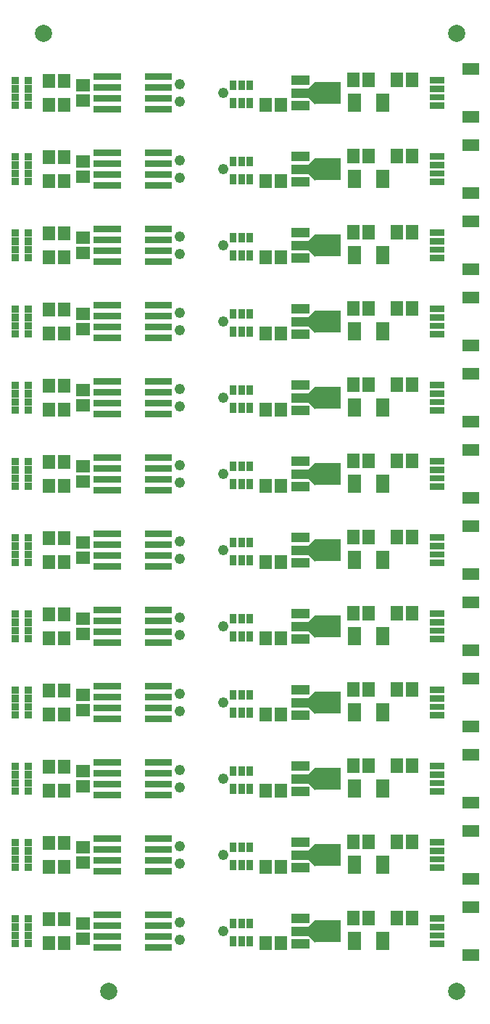
<source format=gbr>
G04 start of page 7 for group -4063 idx -4063 *
G04 Title: (unknown), componentmask *
G04 Creator: pcb 4.0.2 *
G04 CreationDate: Mon Jul 24 21:31:59 2023 UTC *
G04 For: railfan *
G04 Format: Gerber/RS-274X *
G04 PCB-Dimensions (mil): 3000.00 5500.00 *
G04 PCB-Coordinate-Origin: lower left *
%MOIN*%
%FSLAX25Y25*%
%LNTOPMASK*%
%ADD45C,0.0001*%
%ADD44C,0.0787*%
%ADD43C,0.0490*%
G54D43*X152500Y362500D03*
Y327500D03*
Y292500D03*
Y257500D03*
X132500Y366500D03*
Y358500D03*
Y331500D03*
Y323500D03*
Y296500D03*
Y288500D03*
Y261500D03*
Y253500D03*
X152500Y432500D03*
X132500Y436500D03*
Y428500D03*
X152500Y397500D03*
X132500Y401500D03*
X152500Y467500D03*
X132500Y471500D03*
Y463500D03*
Y393500D03*
X152500Y222500D03*
Y187500D03*
Y152500D03*
Y117500D03*
X132500Y226500D03*
Y218500D03*
Y191500D03*
Y183500D03*
Y156500D03*
Y148500D03*
Y121500D03*
Y113500D03*
X152500Y82500D03*
X132500Y86500D03*
Y78500D03*
G54D44*X260000Y55000D03*
X100000D03*
G54D45*G36*
X229050Y82050D02*X222950D01*
Y73950D01*
X229050D01*
Y82050D01*
G37*
G36*
X247649Y78075D02*Y75113D01*
X254351D01*
Y78075D01*
X247649D01*
G37*
G36*
Y82012D02*Y79050D01*
X254351D01*
Y82012D01*
X247649D01*
G37*
G36*
X262413Y74138D02*Y68814D01*
X270099D01*
Y74138D01*
X262413D01*
G37*
G36*
X216050Y82050D02*X209950D01*
Y73950D01*
X216050D01*
Y82050D01*
G37*
G36*
X158600Y80100D02*X155600D01*
Y75500D01*
X158600D01*
Y80100D01*
G37*
G36*
X119500Y76500D02*Y73500D01*
X129000D01*
Y76500D01*
X119500D01*
G37*
G36*
Y81500D02*Y78500D01*
X129000D01*
Y81500D01*
X119500D01*
G37*
G36*
X162500Y80100D02*X159500D01*
Y75500D01*
X162500D01*
Y80100D01*
G37*
G36*
X166400D02*X163400D01*
Y75500D01*
X166400D01*
Y80100D01*
G37*
G36*
X183826Y78784D02*Y74404D01*
X192300D01*
Y78784D01*
X183826D01*
G37*
G36*
X181902Y80252D02*X176184D01*
Y73748D01*
X181902D01*
Y80252D01*
G37*
G36*
X174816D02*X169098D01*
Y73748D01*
X174816D01*
Y80252D01*
G37*
G36*
X84748Y81816D02*Y76098D01*
X91252D01*
Y81816D01*
X84748D01*
G37*
G36*
X93000Y81500D02*Y78500D01*
X102500D01*
Y81500D01*
X93000D01*
G37*
G36*
Y76500D02*Y73500D01*
X102500D01*
Y76500D01*
X93000D01*
G37*
G36*
X96000Y91500D02*Y88500D01*
X105500D01*
Y91500D01*
X96000D01*
G37*
G36*
X93000D02*Y88500D01*
X102500D01*
Y91500D01*
X93000D01*
G37*
G36*
X96000Y86500D02*Y83500D01*
X105500D01*
Y86500D01*
X96000D01*
G37*
G36*
X93000D02*Y83500D01*
X102500D01*
Y86500D01*
X93000D01*
G37*
G36*
X166400Y88300D02*X163400D01*
Y83700D01*
X166400D01*
Y88300D01*
G37*
G36*
X162500D02*X159500D01*
Y83700D01*
X162500D01*
Y88300D01*
G37*
G36*
X158600D02*X155600D01*
Y83700D01*
X158600D01*
Y88300D01*
G37*
G36*
X183826Y90596D02*Y86216D01*
X192300D01*
Y90596D01*
X183826D01*
G37*
G36*
Y84690D02*Y80310D01*
X200016D01*
Y84690D01*
X183826D01*
G37*
G36*
X194535Y87525D02*Y77475D01*
X206475D01*
Y87525D01*
X194535D01*
G37*
G36*
X196679Y85805D02*X194835Y87649D01*
X191571Y84385D01*
X193415Y82541D01*
X196679Y85805D01*
G37*
G36*
X193415Y82459D02*X191571Y80615D01*
X194835Y77351D01*
X196679Y79195D01*
X193415Y82459D01*
G37*
G36*
X215316Y91752D02*X209598D01*
Y85248D01*
X215316D01*
Y91752D01*
G37*
G36*
X222402D02*X216684D01*
Y85248D01*
X222402D01*
Y91752D01*
G37*
G36*
X235316D02*X229598D01*
Y85248D01*
X235316D01*
Y91752D01*
G37*
G36*
X242402D02*X236684D01*
Y85248D01*
X242402D01*
Y91752D01*
G37*
G36*
X247649Y85950D02*Y82988D01*
X254351D01*
Y85950D01*
X247649D01*
G37*
G36*
Y89887D02*Y86925D01*
X254351D01*
Y89887D01*
X247649D01*
G37*
G36*
X262413Y96186D02*Y90862D01*
X270099D01*
Y96186D01*
X262413D01*
G37*
G36*
X96000Y81500D02*Y78500D01*
X105500D01*
Y81500D01*
X96000D01*
G37*
G36*
Y76500D02*Y73500D01*
X105500D01*
Y76500D01*
X96000D01*
G37*
G36*
X116500D02*Y73500D01*
X126000D01*
Y76500D01*
X116500D01*
G37*
G36*
Y81500D02*Y78500D01*
X126000D01*
Y81500D01*
X116500D01*
G37*
G36*
Y86500D02*Y83500D01*
X126000D01*
Y86500D01*
X116500D01*
G37*
G36*
Y91500D02*Y88500D01*
X126000D01*
Y91500D01*
X116500D01*
G37*
G36*
X119500Y86500D02*Y83500D01*
X129000D01*
Y86500D01*
X119500D01*
G37*
G36*
Y91500D02*Y88500D01*
X129000D01*
Y91500D01*
X119500D01*
G37*
G36*
X84748Y88902D02*Y83184D01*
X91252D01*
Y88902D01*
X84748D01*
G37*
G36*
X75316Y91252D02*X69598D01*
Y84748D01*
X75316D01*
Y91252D01*
G37*
G36*
X82402D02*X76684D01*
Y84748D01*
X82402D01*
Y91252D01*
G37*
G36*
X61274Y89946D02*Y86510D01*
X64710D01*
Y89946D01*
X61274D01*
G37*
G36*
X55290D02*Y86510D01*
X58726D01*
Y89946D01*
X55290D01*
G37*
G36*
Y86126D02*Y82692D01*
X58726D01*
Y86126D01*
X55290D01*
G37*
G36*
X75316Y80252D02*X69598D01*
Y73748D01*
X75316D01*
Y80252D01*
G37*
G36*
X82402D02*X76684D01*
Y73748D01*
X82402D01*
Y80252D01*
G37*
G36*
X61274Y78490D02*Y75054D01*
X64710D01*
Y78490D01*
X61274D01*
G37*
G36*
Y82308D02*Y78874D01*
X64710D01*
Y82308D01*
X61274D01*
G37*
G36*
Y86126D02*Y82692D01*
X64710D01*
Y86126D01*
X61274D01*
G37*
G36*
X55290Y82308D02*Y78874D01*
X58726D01*
Y82308D01*
X55290D01*
G37*
G36*
Y78490D02*Y75054D01*
X58726D01*
Y78490D01*
X55290D01*
G37*
G54D44*X70000Y495000D03*
G54D45*G36*
X84748Y466816D02*Y461098D01*
X91252D01*
Y466816D01*
X84748D01*
G37*
G36*
Y473902D02*Y468184D01*
X91252D01*
Y473902D01*
X84748D01*
G37*
G36*
X82402Y465252D02*X76684D01*
Y458748D01*
X82402D01*
Y465252D01*
G37*
G36*
Y476252D02*X76684D01*
Y469748D01*
X82402D01*
Y476252D01*
G37*
G36*
X96000Y466500D02*Y463500D01*
X105500D01*
Y466500D01*
X96000D01*
G37*
G36*
Y461500D02*Y458500D01*
X105500D01*
Y461500D01*
X96000D01*
G37*
G36*
X93000Y466500D02*Y463500D01*
X102500D01*
Y466500D01*
X93000D01*
G37*
G36*
Y461500D02*Y458500D01*
X102500D01*
Y461500D01*
X93000D01*
G37*
G36*
X96000Y476500D02*Y473500D01*
X105500D01*
Y476500D01*
X96000D01*
G37*
G36*
X93000D02*Y473500D01*
X102500D01*
Y476500D01*
X93000D01*
G37*
G36*
X96000Y471500D02*Y468500D01*
X105500D01*
Y471500D01*
X96000D01*
G37*
G36*
X93000D02*Y468500D01*
X102500D01*
Y471500D01*
X93000D01*
G37*
G36*
X75316Y465252D02*X69598D01*
Y458748D01*
X75316D01*
Y465252D01*
G37*
G36*
Y476252D02*X69598D01*
Y469748D01*
X75316D01*
Y476252D01*
G37*
G36*
X61274Y463490D02*Y460054D01*
X64710D01*
Y463490D01*
X61274D01*
G37*
G36*
Y467308D02*Y463873D01*
X64710D01*
Y467308D01*
X61274D01*
G37*
G36*
Y471127D02*Y467692D01*
X64710D01*
Y471127D01*
X61274D01*
G37*
G36*
Y474946D02*Y471510D01*
X64710D01*
Y474946D01*
X61274D01*
G37*
G36*
X55290D02*Y471510D01*
X58726D01*
Y474946D01*
X55290D01*
G37*
G36*
Y471127D02*Y467692D01*
X58726D01*
Y471127D01*
X55290D01*
G37*
G36*
Y467308D02*Y463873D01*
X58726D01*
Y467308D01*
X55290D01*
G37*
G36*
Y463490D02*Y460054D01*
X58726D01*
Y463490D01*
X55290D01*
G37*
G36*
X116500Y461500D02*Y458500D01*
X126000D01*
Y461500D01*
X116500D01*
G37*
G36*
Y466500D02*Y463500D01*
X126000D01*
Y466500D01*
X116500D01*
G37*
G36*
X119500Y461500D02*Y458500D01*
X129000D01*
Y461500D01*
X119500D01*
G37*
G36*
Y466500D02*Y463500D01*
X129000D01*
Y466500D01*
X119500D01*
G37*
G36*
X116500Y471500D02*Y468500D01*
X126000D01*
Y471500D01*
X116500D01*
G37*
G36*
Y476500D02*Y473500D01*
X126000D01*
Y476500D01*
X116500D01*
G37*
G36*
X119500Y471500D02*Y468500D01*
X129000D01*
Y471500D01*
X119500D01*
G37*
G36*
Y476500D02*Y473500D01*
X129000D01*
Y476500D01*
X119500D01*
G37*
G36*
X116500Y426500D02*Y423500D01*
X126000D01*
Y426500D01*
X116500D01*
G37*
G36*
X119500D02*Y423500D01*
X129000D01*
Y426500D01*
X119500D01*
G37*
G36*
X116500Y431500D02*Y428500D01*
X126000D01*
Y431500D01*
X116500D01*
G37*
G36*
Y436500D02*Y433500D01*
X126000D01*
Y436500D01*
X116500D01*
G37*
G36*
Y441500D02*Y438500D01*
X126000D01*
Y441500D01*
X116500D01*
G37*
G36*
X119500Y431500D02*Y428500D01*
X129000D01*
Y431500D01*
X119500D01*
G37*
G36*
Y436500D02*Y433500D01*
X129000D01*
Y436500D01*
X119500D01*
G37*
G36*
Y441500D02*Y438500D01*
X129000D01*
Y441500D01*
X119500D01*
G37*
G36*
X75316Y430252D02*X69598D01*
Y423748D01*
X75316D01*
Y430252D01*
G37*
G36*
X82402D02*X76684D01*
Y423748D01*
X82402D01*
Y430252D01*
G37*
G36*
X75316Y441252D02*X69598D01*
Y434748D01*
X75316D01*
Y441252D01*
G37*
G36*
X82402D02*X76684D01*
Y434748D01*
X82402D01*
Y441252D01*
G37*
G36*
X61274Y428490D02*Y425054D01*
X64710D01*
Y428490D01*
X61274D01*
G37*
G36*
Y432308D02*Y428873D01*
X64710D01*
Y432308D01*
X61274D01*
G37*
G36*
Y436127D02*Y432692D01*
X64710D01*
Y436127D01*
X61274D01*
G37*
G36*
Y439946D02*Y436510D01*
X64710D01*
Y439946D01*
X61274D01*
G37*
G36*
X55290D02*Y436510D01*
X58726D01*
Y439946D01*
X55290D01*
G37*
G36*
Y436127D02*Y432692D01*
X58726D01*
Y436127D01*
X55290D01*
G37*
G36*
Y432308D02*Y428873D01*
X58726D01*
Y432308D01*
X55290D01*
G37*
G36*
Y428490D02*Y425054D01*
X58726D01*
Y428490D01*
X55290D01*
G37*
G36*
X84748Y431816D02*Y426098D01*
X91252D01*
Y431816D01*
X84748D01*
G37*
G36*
Y438902D02*Y433184D01*
X91252D01*
Y438902D01*
X84748D01*
G37*
G36*
X96000Y426500D02*Y423500D01*
X105500D01*
Y426500D01*
X96000D01*
G37*
G36*
X93000D02*Y423500D01*
X102500D01*
Y426500D01*
X93000D01*
G37*
G36*
X96000Y441500D02*Y438500D01*
X105500D01*
Y441500D01*
X96000D01*
G37*
G36*
X93000D02*Y438500D01*
X102500D01*
Y441500D01*
X93000D01*
G37*
G36*
X96000Y436500D02*Y433500D01*
X105500D01*
Y436500D01*
X96000D01*
G37*
G36*
Y431500D02*Y428500D01*
X105500D01*
Y431500D01*
X96000D01*
G37*
G36*
X93000Y436500D02*Y433500D01*
X102500D01*
Y436500D01*
X93000D01*
G37*
G36*
Y431500D02*Y428500D01*
X102500D01*
Y431500D01*
X93000D01*
G37*
G36*
X84748Y396816D02*Y391098D01*
X91252D01*
Y396816D01*
X84748D01*
G37*
G36*
Y403902D02*Y398184D01*
X91252D01*
Y403902D01*
X84748D01*
G37*
G36*
X75316Y395252D02*X69598D01*
Y388748D01*
X75316D01*
Y395252D01*
G37*
G36*
X82402D02*X76684D01*
Y388748D01*
X82402D01*
Y395252D01*
G37*
G36*
X75316Y406252D02*X69598D01*
Y399748D01*
X75316D01*
Y406252D01*
G37*
G36*
X82402D02*X76684D01*
Y399748D01*
X82402D01*
Y406252D01*
G37*
G36*
X61274Y393490D02*Y390054D01*
X64710D01*
Y393490D01*
X61274D01*
G37*
G36*
Y397308D02*Y393874D01*
X64710D01*
Y397308D01*
X61274D01*
G37*
G36*
Y401126D02*Y397692D01*
X64710D01*
Y401126D01*
X61274D01*
G37*
G36*
Y404946D02*Y401510D01*
X64710D01*
Y404946D01*
X61274D01*
G37*
G36*
X55290D02*Y401510D01*
X58726D01*
Y404946D01*
X55290D01*
G37*
G36*
Y401126D02*Y397692D01*
X58726D01*
Y401126D01*
X55290D01*
G37*
G36*
Y397308D02*Y393874D01*
X58726D01*
Y397308D01*
X55290D01*
G37*
G36*
Y393490D02*Y390054D01*
X58726D01*
Y393490D01*
X55290D01*
G37*
G36*
X96000Y391500D02*Y388500D01*
X105500D01*
Y391500D01*
X96000D01*
G37*
G36*
X93000D02*Y388500D01*
X102500D01*
Y391500D01*
X93000D01*
G37*
G36*
X96000Y406500D02*Y403500D01*
X105500D01*
Y406500D01*
X96000D01*
G37*
G36*
X116500D02*Y403500D01*
X126000D01*
Y406500D01*
X116500D01*
G37*
G36*
X93000D02*Y403500D01*
X102500D01*
Y406500D01*
X93000D01*
G37*
G36*
X119500D02*Y403500D01*
X129000D01*
Y406500D01*
X119500D01*
G37*
G36*
X96000Y401500D02*Y398500D01*
X105500D01*
Y401500D01*
X96000D01*
G37*
G36*
X116500D02*Y398500D01*
X126000D01*
Y401500D01*
X116500D01*
G37*
G36*
X93000D02*Y398500D01*
X102500D01*
Y401500D01*
X93000D01*
G37*
G36*
X119500D02*Y398500D01*
X129000D01*
Y401500D01*
X119500D01*
G37*
G36*
X96000Y396500D02*Y393500D01*
X105500D01*
Y396500D01*
X96000D01*
G37*
G36*
X93000D02*Y393500D01*
X102500D01*
Y396500D01*
X93000D01*
G37*
G36*
X116500Y391500D02*Y388500D01*
X126000D01*
Y391500D01*
X116500D01*
G37*
G36*
Y396500D02*Y393500D01*
X126000D01*
Y396500D01*
X116500D01*
G37*
G36*
X119500Y391500D02*Y388500D01*
X129000D01*
Y391500D01*
X119500D01*
G37*
G36*
Y396500D02*Y393500D01*
X129000D01*
Y396500D01*
X119500D01*
G37*
G54D44*X260000Y495000D03*
G54D45*G36*
X262413Y481186D02*Y475862D01*
X270099D01*
Y481186D01*
X262413D01*
G37*
G36*
X247649Y463075D02*Y460113D01*
X254351D01*
Y463075D01*
X247649D01*
G37*
G36*
X262413Y459138D02*Y453814D01*
X270099D01*
Y459138D01*
X262413D01*
G37*
G36*
X247649Y467012D02*Y464050D01*
X254351D01*
Y467012D01*
X247649D01*
G37*
G36*
Y470950D02*Y467988D01*
X254351D01*
Y470950D01*
X247649D01*
G37*
G36*
Y474887D02*Y471925D01*
X254351D01*
Y474887D01*
X247649D01*
G37*
G36*
X262413Y424138D02*Y418814D01*
X270099D01*
Y424138D01*
X262413D01*
G37*
G36*
Y446186D02*Y440862D01*
X270099D01*
Y446186D01*
X262413D01*
G37*
G36*
Y411186D02*Y405862D01*
X270099D01*
Y411186D01*
X262413D01*
G37*
G36*
X229050Y432050D02*X222950D01*
Y423950D01*
X229050D01*
Y432050D01*
G37*
G36*
X222402Y406752D02*X216684D01*
Y400248D01*
X222402D01*
Y406752D01*
G37*
G36*
X235316D02*X229598D01*
Y400248D01*
X235316D01*
Y406752D01*
G37*
G36*
X242402D02*X236684D01*
Y400248D01*
X242402D01*
Y406752D01*
G37*
G36*
X216050Y432050D02*X209950D01*
Y423950D01*
X216050D01*
Y432050D01*
G37*
G36*
Y397050D02*X209950D01*
Y388950D01*
X216050D01*
Y397050D01*
G37*
G36*
X215316Y406752D02*X209598D01*
Y400248D01*
X215316D01*
Y406752D01*
G37*
G36*
Y371752D02*X209598D01*
Y365248D01*
X215316D01*
Y371752D01*
G37*
G36*
X229050Y397050D02*X222950D01*
Y388950D01*
X229050D01*
Y397050D01*
G37*
G36*
Y362050D02*X222950D01*
Y353950D01*
X229050D01*
Y362050D01*
G37*
G36*
X222402Y371752D02*X216684D01*
Y365248D01*
X222402D01*
Y371752D01*
G37*
G36*
X235316D02*X229598D01*
Y365248D01*
X235316D01*
Y371752D01*
G37*
G36*
X229050Y467050D02*X222950D01*
Y458950D01*
X229050D01*
Y467050D01*
G37*
G36*
X216050D02*X209950D01*
Y458950D01*
X216050D01*
Y467050D01*
G37*
G36*
X215316Y476752D02*X209598D01*
Y470248D01*
X215316D01*
Y476752D01*
G37*
G36*
X222402D02*X216684D01*
Y470248D01*
X222402D01*
Y476752D01*
G37*
G36*
X235316D02*X229598D01*
Y470248D01*
X235316D01*
Y476752D01*
G37*
G36*
X242402D02*X236684D01*
Y470248D01*
X242402D01*
Y476752D01*
G37*
G36*
X215316Y441752D02*X209598D01*
Y435248D01*
X215316D01*
Y441752D01*
G37*
G36*
X222402D02*X216684D01*
Y435248D01*
X222402D01*
Y441752D01*
G37*
G36*
X235316D02*X229598D01*
Y435248D01*
X235316D01*
Y441752D01*
G37*
G36*
X242402D02*X236684D01*
Y435248D01*
X242402D01*
Y441752D01*
G37*
G36*
X247649Y428075D02*Y425113D01*
X254351D01*
Y428075D01*
X247649D01*
G37*
G36*
Y432012D02*Y429050D01*
X254351D01*
Y432012D01*
X247649D01*
G37*
G36*
Y435950D02*Y432988D01*
X254351D01*
Y435950D01*
X247649D01*
G37*
G36*
Y439887D02*Y436925D01*
X254351D01*
Y439887D01*
X247649D01*
G37*
G36*
X242402Y371752D02*X236684D01*
Y365248D01*
X242402D01*
Y371752D01*
G37*
G36*
X247649Y358075D02*Y355113D01*
X254351D01*
Y358075D01*
X247649D01*
G37*
G36*
Y362012D02*Y359050D01*
X254351D01*
Y362012D01*
X247649D01*
G37*
G36*
Y365950D02*Y362988D01*
X254351D01*
Y365950D01*
X247649D01*
G37*
G36*
Y369887D02*Y366925D01*
X254351D01*
Y369887D01*
X247649D01*
G37*
G36*
Y393075D02*Y390113D01*
X254351D01*
Y393075D01*
X247649D01*
G37*
G36*
X262413Y389138D02*Y383814D01*
X270099D01*
Y389138D01*
X262413D01*
G37*
G36*
X247649Y397012D02*Y394050D01*
X254351D01*
Y397012D01*
X247649D01*
G37*
G36*
Y400950D02*Y397988D01*
X254351D01*
Y400950D01*
X247649D01*
G37*
G36*
Y404887D02*Y401925D01*
X254351D01*
Y404887D01*
X247649D01*
G37*
G36*
X262413Y354138D02*Y348814D01*
X270099D01*
Y354138D01*
X262413D01*
G37*
G36*
Y376186D02*Y370862D01*
X270099D01*
Y376186D01*
X262413D01*
G37*
G36*
X158600Y465100D02*X155600D01*
Y460500D01*
X158600D01*
Y465100D01*
G37*
G36*
X162500D02*X159500D01*
Y460500D01*
X162500D01*
Y465100D01*
G37*
G36*
X166400D02*X163400D01*
Y460500D01*
X166400D01*
Y465100D01*
G37*
G36*
X162500Y473300D02*X159500D01*
Y468700D01*
X162500D01*
Y473300D01*
G37*
G36*
X158600D02*X155600D01*
Y468700D01*
X158600D01*
Y473300D01*
G37*
G36*
X166400D02*X163400D01*
Y468700D01*
X166400D01*
Y473300D01*
G37*
G36*
X183826Y475596D02*Y471216D01*
X192300D01*
Y475596D01*
X183826D01*
G37*
G36*
Y469690D02*Y465310D01*
X200016D01*
Y469690D01*
X183826D01*
G37*
G36*
X194535Y472525D02*Y462475D01*
X206475D01*
Y472525D01*
X194535D01*
G37*
G36*
X196679Y470805D02*X194835Y472649D01*
X191571Y469385D01*
X193415Y467541D01*
X196679Y470805D01*
G37*
G36*
X193415Y467459D02*X191571Y465615D01*
X194835Y462351D01*
X196679Y464195D01*
X193415Y467459D01*
G37*
G36*
X183826Y463784D02*Y459404D01*
X192300D01*
Y463784D01*
X183826D01*
G37*
G36*
X181902Y465252D02*X176184D01*
Y458748D01*
X181902D01*
Y465252D01*
G37*
G36*
X174816D02*X169098D01*
Y458748D01*
X174816D01*
Y465252D01*
G37*
G36*
X158600Y430100D02*X155600D01*
Y425500D01*
X158600D01*
Y430100D01*
G37*
G36*
X162500D02*X159500D01*
Y425500D01*
X162500D01*
Y430100D01*
G37*
G36*
X166400D02*X163400D01*
Y425500D01*
X166400D01*
Y430100D01*
G37*
G36*
Y438300D02*X163400D01*
Y433700D01*
X166400D01*
Y438300D01*
G37*
G36*
X162500D02*X159500D01*
Y433700D01*
X162500D01*
Y438300D01*
G37*
G36*
X158600D02*X155600D01*
Y433700D01*
X158600D01*
Y438300D01*
G37*
G36*
X183826Y440596D02*Y436216D01*
X192300D01*
Y440596D01*
X183826D01*
G37*
G36*
Y434690D02*Y430310D01*
X200016D01*
Y434690D01*
X183826D01*
G37*
G36*
X194535Y437525D02*Y427475D01*
X206475D01*
Y437525D01*
X194535D01*
G37*
G36*
X196679Y435805D02*X194835Y437649D01*
X191571Y434385D01*
X193415Y432541D01*
X196679Y435805D01*
G37*
G36*
X193415Y432459D02*X191571Y430615D01*
X194835Y427351D01*
X196679Y429195D01*
X193415Y432459D01*
G37*
G36*
X183826Y428784D02*Y424404D01*
X192300D01*
Y428784D01*
X183826D01*
G37*
G36*
X181902Y430252D02*X176184D01*
Y423748D01*
X181902D01*
Y430252D01*
G37*
G36*
X174816D02*X169098D01*
Y423748D01*
X174816D01*
Y430252D01*
G37*
G36*
X166400Y403300D02*X163400D01*
Y398700D01*
X166400D01*
Y403300D01*
G37*
G36*
Y395100D02*X163400D01*
Y390500D01*
X166400D01*
Y395100D01*
G37*
G36*
X162500Y403300D02*X159500D01*
Y398700D01*
X162500D01*
Y403300D01*
G37*
G36*
Y395100D02*X159500D01*
Y390500D01*
X162500D01*
Y395100D01*
G37*
G36*
X158600Y403300D02*X155600D01*
Y398700D01*
X158600D01*
Y403300D01*
G37*
G36*
Y395100D02*X155600D01*
Y390500D01*
X158600D01*
Y395100D01*
G37*
G36*
X183826Y405596D02*Y401216D01*
X192300D01*
Y405596D01*
X183826D01*
G37*
G36*
Y399690D02*Y395310D01*
X200016D01*
Y399690D01*
X183826D01*
G37*
G36*
X194535Y402525D02*Y392475D01*
X206475D01*
Y402525D01*
X194535D01*
G37*
G36*
X196679Y400805D02*X194835Y402649D01*
X191571Y399385D01*
X193415Y397541D01*
X196679Y400805D01*
G37*
G36*
X193415Y397459D02*X191571Y395615D01*
X194835Y392351D01*
X196679Y394195D01*
X193415Y397459D01*
G37*
G36*
X183826Y393784D02*Y389404D01*
X192300D01*
Y393784D01*
X183826D01*
G37*
G36*
X181902Y395252D02*X176184D01*
Y388748D01*
X181902D01*
Y395252D01*
G37*
G36*
X174816D02*X169098D01*
Y388748D01*
X174816D01*
Y395252D01*
G37*
G36*
X166400Y368300D02*X163400D01*
Y363700D01*
X166400D01*
Y368300D01*
G37*
G36*
Y360100D02*X163400D01*
Y355500D01*
X166400D01*
Y360100D01*
G37*
G36*
X181902Y360252D02*X176184D01*
Y353748D01*
X181902D01*
Y360252D01*
G37*
G36*
X174816D02*X169098D01*
Y353748D01*
X174816D01*
Y360252D01*
G37*
G36*
X162500Y368300D02*X159500D01*
Y363700D01*
X162500D01*
Y368300D01*
G37*
G36*
Y360100D02*X159500D01*
Y355500D01*
X162500D01*
Y360100D01*
G37*
G36*
X158600Y368300D02*X155600D01*
Y363700D01*
X158600D01*
Y368300D01*
G37*
G36*
Y360100D02*X155600D01*
Y355500D01*
X158600D01*
Y360100D01*
G37*
G36*
X84748Y368902D02*Y363184D01*
X91252D01*
Y368902D01*
X84748D01*
G37*
G36*
X75316Y371252D02*X69598D01*
Y364748D01*
X75316D01*
Y371252D01*
G37*
G36*
X82402D02*X76684D01*
Y364748D01*
X82402D01*
Y371252D01*
G37*
G36*
X96000Y371500D02*Y368500D01*
X105500D01*
Y371500D01*
X96000D01*
G37*
G36*
Y366500D02*Y363500D01*
X105500D01*
Y366500D01*
X96000D01*
G37*
G36*
X93000Y371500D02*Y368500D01*
X102500D01*
Y371500D01*
X93000D01*
G37*
G36*
Y366500D02*Y363500D01*
X102500D01*
Y366500D01*
X93000D01*
G37*
G36*
X61274Y366126D02*Y362692D01*
X64710D01*
Y366126D01*
X61274D01*
G37*
G36*
X55290D02*Y362692D01*
X58726D01*
Y366126D01*
X55290D01*
G37*
G36*
X61274Y369946D02*Y366510D01*
X64710D01*
Y369946D01*
X61274D01*
G37*
G36*
X55290D02*Y366510D01*
X58726D01*
Y369946D01*
X55290D01*
G37*
G36*
X96000Y361500D02*Y358500D01*
X105500D01*
Y361500D01*
X96000D01*
G37*
G36*
Y356500D02*Y353500D01*
X105500D01*
Y356500D01*
X96000D01*
G37*
G36*
X93000Y361500D02*Y358500D01*
X102500D01*
Y361500D01*
X93000D01*
G37*
G36*
Y356500D02*Y353500D01*
X102500D01*
Y356500D01*
X93000D01*
G37*
G36*
X96000Y336500D02*Y333500D01*
X105500D01*
Y336500D01*
X96000D01*
G37*
G36*
X93000D02*Y333500D01*
X102500D01*
Y336500D01*
X93000D01*
G37*
G36*
X96000Y331500D02*Y328500D01*
X105500D01*
Y331500D01*
X96000D01*
G37*
G36*
X93000D02*Y328500D01*
X102500D01*
Y331500D01*
X93000D01*
G37*
G36*
X75316Y360252D02*X69598D01*
Y353748D01*
X75316D01*
Y360252D01*
G37*
G36*
Y325252D02*X69598D01*
Y318748D01*
X75316D01*
Y325252D01*
G37*
G36*
Y336252D02*X69598D01*
Y329748D01*
X75316D01*
Y336252D01*
G37*
G36*
X61274Y358490D02*Y355054D01*
X64710D01*
Y358490D01*
X61274D01*
G37*
G36*
X55290D02*Y355054D01*
X58726D01*
Y358490D01*
X55290D01*
G37*
G36*
X61274Y362308D02*Y358874D01*
X64710D01*
Y362308D01*
X61274D01*
G37*
G36*
X55290D02*Y358874D01*
X58726D01*
Y362308D01*
X55290D01*
G37*
G36*
X61274Y323490D02*Y320054D01*
X64710D01*
Y323490D01*
X61274D01*
G37*
G36*
Y327308D02*Y323874D01*
X64710D01*
Y327308D01*
X61274D01*
G37*
G36*
Y331126D02*Y327692D01*
X64710D01*
Y331126D01*
X61274D01*
G37*
G36*
Y334946D02*Y331510D01*
X64710D01*
Y334946D01*
X61274D01*
G37*
G36*
X55290D02*Y331510D01*
X58726D01*
Y334946D01*
X55290D01*
G37*
G36*
Y331126D02*Y327692D01*
X58726D01*
Y331126D01*
X55290D01*
G37*
G36*
Y327308D02*Y323874D01*
X58726D01*
Y327308D01*
X55290D01*
G37*
G36*
Y323490D02*Y320054D01*
X58726D01*
Y323490D01*
X55290D01*
G37*
G36*
X116500Y356500D02*Y353500D01*
X126000D01*
Y356500D01*
X116500D01*
G37*
G36*
Y361500D02*Y358500D01*
X126000D01*
Y361500D01*
X116500D01*
G37*
G36*
Y366500D02*Y363500D01*
X126000D01*
Y366500D01*
X116500D01*
G37*
G36*
Y371500D02*Y368500D01*
X126000D01*
Y371500D01*
X116500D01*
G37*
G36*
X119500D02*Y368500D01*
X129000D01*
Y371500D01*
X119500D01*
G37*
G36*
Y356500D02*Y353500D01*
X129000D01*
Y356500D01*
X119500D01*
G37*
G36*
Y361500D02*Y358500D01*
X129000D01*
Y361500D01*
X119500D01*
G37*
G36*
Y366500D02*Y363500D01*
X129000D01*
Y366500D01*
X119500D01*
G37*
G36*
X116500Y331500D02*Y328500D01*
X126000D01*
Y331500D01*
X116500D01*
G37*
G36*
Y336500D02*Y333500D01*
X126000D01*
Y336500D01*
X116500D01*
G37*
G36*
X119500D02*Y333500D01*
X129000D01*
Y336500D01*
X119500D01*
G37*
G36*
X158600Y325100D02*X155600D01*
Y320500D01*
X158600D01*
Y325100D01*
G37*
G36*
X116500Y321500D02*Y318500D01*
X126000D01*
Y321500D01*
X116500D01*
G37*
G36*
Y326500D02*Y323500D01*
X126000D01*
Y326500D01*
X116500D01*
G37*
G36*
X119500Y321500D02*Y318500D01*
X129000D01*
Y321500D01*
X119500D01*
G37*
G36*
Y326500D02*Y323500D01*
X129000D01*
Y326500D01*
X119500D01*
G37*
G36*
Y331500D02*Y328500D01*
X129000D01*
Y331500D01*
X119500D01*
G37*
G36*
X84748Y361816D02*Y356098D01*
X91252D01*
Y361816D01*
X84748D01*
G37*
G36*
Y326816D02*Y321098D01*
X91252D01*
Y326816D01*
X84748D01*
G37*
G36*
Y333902D02*Y328184D01*
X91252D01*
Y333902D01*
X84748D01*
G37*
G36*
X82402Y360252D02*X76684D01*
Y353748D01*
X82402D01*
Y360252D01*
G37*
G36*
Y325252D02*X76684D01*
Y318748D01*
X82402D01*
Y325252D01*
G37*
G36*
Y336252D02*X76684D01*
Y329748D01*
X82402D01*
Y336252D01*
G37*
G36*
X96000Y321500D02*Y318500D01*
X105500D01*
Y321500D01*
X96000D01*
G37*
G36*
X93000D02*Y318500D01*
X102500D01*
Y321500D01*
X93000D01*
G37*
G36*
X96000Y326500D02*Y323500D01*
X105500D01*
Y326500D01*
X96000D01*
G37*
G36*
X93000D02*Y323500D01*
X102500D01*
Y326500D01*
X93000D01*
G37*
G36*
X96000Y301500D02*Y298500D01*
X105500D01*
Y301500D01*
X96000D01*
G37*
G36*
Y296500D02*Y293500D01*
X105500D01*
Y296500D01*
X96000D01*
G37*
G36*
X93000D02*Y293500D01*
X102500D01*
Y296500D01*
X93000D01*
G37*
G36*
Y301500D02*Y298500D01*
X102500D01*
Y301500D01*
X93000D01*
G37*
G36*
X84748Y291816D02*Y286098D01*
X91252D01*
Y291816D01*
X84748D01*
G37*
G36*
Y298902D02*Y293184D01*
X91252D01*
Y298902D01*
X84748D01*
G37*
G36*
X75316Y290252D02*X69598D01*
Y283748D01*
X75316D01*
Y290252D01*
G37*
G36*
Y301252D02*X69598D01*
Y294748D01*
X75316D01*
Y301252D01*
G37*
G36*
X82402Y290252D02*X76684D01*
Y283748D01*
X82402D01*
Y290252D01*
G37*
G36*
Y301252D02*X76684D01*
Y294748D01*
X82402D01*
Y301252D01*
G37*
G36*
X61274Y288490D02*Y285054D01*
X64710D01*
Y288490D01*
X61274D01*
G37*
G36*
Y292308D02*Y288874D01*
X64710D01*
Y292308D01*
X61274D01*
G37*
G36*
Y296126D02*Y292692D01*
X64710D01*
Y296126D01*
X61274D01*
G37*
G36*
Y299946D02*Y296510D01*
X64710D01*
Y299946D01*
X61274D01*
G37*
G36*
X55290D02*Y296510D01*
X58726D01*
Y299946D01*
X55290D01*
G37*
G36*
Y296126D02*Y292692D01*
X58726D01*
Y296126D01*
X55290D01*
G37*
G36*
Y292308D02*Y288874D01*
X58726D01*
Y292308D01*
X55290D01*
G37*
G36*
Y288490D02*Y285054D01*
X58726D01*
Y288490D01*
X55290D01*
G37*
G36*
X183826Y370596D02*Y366216D01*
X192300D01*
Y370596D01*
X183826D01*
G37*
G36*
Y364690D02*Y360310D01*
X200016D01*
Y364690D01*
X183826D01*
G37*
G36*
X194535Y367525D02*Y357475D01*
X206475D01*
Y367525D01*
X194535D01*
G37*
G36*
X196679Y365805D02*X194835Y367649D01*
X191571Y364385D01*
X193415Y362541D01*
X196679Y365805D01*
G37*
G36*
X193415Y362459D02*X191571Y360615D01*
X194835Y357351D01*
X196679Y359195D01*
X193415Y362459D01*
G37*
G36*
X183826Y358784D02*Y354404D01*
X192300D01*
Y358784D01*
X183826D01*
G37*
G36*
Y335596D02*Y331216D01*
X192300D01*
Y335596D01*
X183826D01*
G37*
G36*
Y329690D02*Y325310D01*
X200016D01*
Y329690D01*
X183826D01*
G37*
G36*
Y323784D02*Y319404D01*
X192300D01*
Y323784D01*
X183826D01*
G37*
G36*
X194535Y332525D02*Y322475D01*
X206475D01*
Y332525D01*
X194535D01*
G37*
G36*
X196679Y330805D02*X194835Y332649D01*
X191571Y329385D01*
X193415Y327541D01*
X196679Y330805D01*
G37*
G36*
X193415Y327459D02*X191571Y325615D01*
X194835Y322351D01*
X196679Y324195D01*
X193415Y327459D01*
G37*
G36*
X183826Y300596D02*Y296216D01*
X192300D01*
Y300596D01*
X183826D01*
G37*
G36*
Y294690D02*Y290310D01*
X200016D01*
Y294690D01*
X183826D01*
G37*
G36*
X194535Y297525D02*Y287475D01*
X206475D01*
Y297525D01*
X194535D01*
G37*
G36*
X196679Y295805D02*X194835Y297649D01*
X191571Y294385D01*
X193415Y292541D01*
X196679Y295805D01*
G37*
G36*
X193415Y292459D02*X191571Y290615D01*
X194835Y287351D01*
X196679Y289195D01*
X193415Y292459D01*
G37*
G36*
X183826Y288784D02*Y284404D01*
X192300D01*
Y288784D01*
X183826D01*
G37*
G36*
X229050Y327050D02*X222950D01*
Y318950D01*
X229050D01*
Y327050D01*
G37*
G36*
X216050D02*X209950D01*
Y318950D01*
X216050D01*
Y327050D01*
G37*
G36*
X222402Y336752D02*X216684D01*
Y330248D01*
X222402D01*
Y336752D01*
G37*
G36*
X235316D02*X229598D01*
Y330248D01*
X235316D01*
Y336752D01*
G37*
G36*
X242402D02*X236684D01*
Y330248D01*
X242402D01*
Y336752D01*
G37*
G36*
X216050Y362050D02*X209950D01*
Y353950D01*
X216050D01*
Y362050D01*
G37*
G36*
X215316Y336752D02*X209598D01*
Y330248D01*
X215316D01*
Y336752D01*
G37*
G36*
Y301752D02*X209598D01*
Y295248D01*
X215316D01*
Y301752D01*
G37*
G36*
X247649Y327012D02*Y324050D01*
X254351D01*
Y327012D01*
X247649D01*
G37*
G36*
Y330950D02*Y327988D01*
X254351D01*
Y330950D01*
X247649D01*
G37*
G36*
Y334887D02*Y331925D01*
X254351D01*
Y334887D01*
X247649D01*
G37*
G36*
X262413Y341186D02*Y335862D01*
X270099D01*
Y341186D01*
X262413D01*
G37*
G36*
X235316Y301752D02*X229598D01*
Y295248D01*
X235316D01*
Y301752D01*
G37*
G36*
X242402D02*X236684D01*
Y295248D01*
X242402D01*
Y301752D01*
G37*
G36*
X247649Y323075D02*Y320113D01*
X254351D01*
Y323075D01*
X247649D01*
G37*
G36*
X262413Y319138D02*Y313814D01*
X270099D01*
Y319138D01*
X262413D01*
G37*
G36*
X247649Y288075D02*Y285113D01*
X254351D01*
Y288075D01*
X247649D01*
G37*
G36*
Y292012D02*Y289050D01*
X254351D01*
Y292012D01*
X247649D01*
G37*
G36*
Y295950D02*Y292988D01*
X254351D01*
Y295950D01*
X247649D01*
G37*
G36*
Y299887D02*Y296925D01*
X254351D01*
Y299887D01*
X247649D01*
G37*
G36*
X262413Y284138D02*Y278814D01*
X270099D01*
Y284138D01*
X262413D01*
G37*
G36*
Y306186D02*Y300862D01*
X270099D01*
Y306186D01*
X262413D01*
G37*
G36*
X166400Y333300D02*X163400D01*
Y328700D01*
X166400D01*
Y333300D01*
G37*
G36*
Y298300D02*X163400D01*
Y293700D01*
X166400D01*
Y298300D01*
G37*
G36*
Y263300D02*X163400D01*
Y258700D01*
X166400D01*
Y263300D01*
G37*
G36*
X162500Y333300D02*X159500D01*
Y328700D01*
X162500D01*
Y333300D01*
G37*
G36*
X158600D02*X155600D01*
Y328700D01*
X158600D01*
Y333300D01*
G37*
G36*
X162500Y325100D02*X159500D01*
Y320500D01*
X162500D01*
Y325100D01*
G37*
G36*
X166400D02*X163400D01*
Y320500D01*
X166400D01*
Y325100D01*
G37*
G36*
X181902Y325252D02*X176184D01*
Y318748D01*
X181902D01*
Y325252D01*
G37*
G36*
X174816D02*X169098D01*
Y318748D01*
X174816D01*
Y325252D01*
G37*
G36*
X162500Y298300D02*X159500D01*
Y293700D01*
X162500D01*
Y298300D01*
G37*
G36*
X158600D02*X155600D01*
Y293700D01*
X158600D01*
Y298300D01*
G37*
G36*
Y290100D02*X155600D01*
Y285500D01*
X158600D01*
Y290100D01*
G37*
G36*
X162500D02*X159500D01*
Y285500D01*
X162500D01*
Y290100D01*
G37*
G36*
X166400D02*X163400D01*
Y285500D01*
X166400D01*
Y290100D01*
G37*
G36*
X181902Y290252D02*X176184D01*
Y283748D01*
X181902D01*
Y290252D01*
G37*
G36*
X174816D02*X169098D01*
Y283748D01*
X174816D01*
Y290252D01*
G37*
G36*
X116500Y286500D02*Y283500D01*
X126000D01*
Y286500D01*
X116500D01*
G37*
G36*
X119500D02*Y283500D01*
X129000D01*
Y286500D01*
X119500D01*
G37*
G36*
X116500Y291500D02*Y288500D01*
X126000D01*
Y291500D01*
X116500D01*
G37*
G36*
X119500D02*Y288500D01*
X129000D01*
Y291500D01*
X119500D01*
G37*
G36*
X116500Y296500D02*Y293500D01*
X126000D01*
Y296500D01*
X116500D01*
G37*
G36*
Y301500D02*Y298500D01*
X126000D01*
Y301500D01*
X116500D01*
G37*
G36*
X119500Y296500D02*Y293500D01*
X129000D01*
Y296500D01*
X119500D01*
G37*
G36*
Y301500D02*Y298500D01*
X129000D01*
Y301500D01*
X119500D01*
G37*
G36*
X162500Y263300D02*X159500D01*
Y258700D01*
X162500D01*
Y263300D01*
G37*
G36*
X158600D02*X155600D01*
Y258700D01*
X158600D01*
Y263300D01*
G37*
G36*
Y255100D02*X155600D01*
Y250500D01*
X158600D01*
Y255100D01*
G37*
G36*
X162500D02*X159500D01*
Y250500D01*
X162500D01*
Y255100D01*
G37*
G36*
X166400D02*X163400D01*
Y250500D01*
X166400D01*
Y255100D01*
G37*
G36*
X181902Y255252D02*X176184D01*
Y248748D01*
X181902D01*
Y255252D01*
G37*
G36*
X174816D02*X169098D01*
Y248748D01*
X174816D01*
Y255252D01*
G37*
G36*
X116500Y251500D02*Y248500D01*
X126000D01*
Y251500D01*
X116500D01*
G37*
G36*
X119500D02*Y248500D01*
X129000D01*
Y251500D01*
X119500D01*
G37*
G36*
X116500Y256500D02*Y253500D01*
X126000D01*
Y256500D01*
X116500D01*
G37*
G36*
X119500D02*Y253500D01*
X129000D01*
Y256500D01*
X119500D01*
G37*
G36*
X116500Y261500D02*Y258500D01*
X126000D01*
Y261500D01*
X116500D01*
G37*
G36*
Y266500D02*Y263500D01*
X126000D01*
Y266500D01*
X116500D01*
G37*
G36*
X119500Y261500D02*Y258500D01*
X129000D01*
Y261500D01*
X119500D01*
G37*
G36*
Y266500D02*Y263500D01*
X129000D01*
Y266500D01*
X119500D01*
G37*
G36*
X229050Y292050D02*X222950D01*
Y283950D01*
X229050D01*
Y292050D01*
G37*
G36*
X222402Y301752D02*X216684D01*
Y295248D01*
X222402D01*
Y301752D01*
G37*
G36*
X229050Y257050D02*X222950D01*
Y248950D01*
X229050D01*
Y257050D01*
G37*
G36*
X222402Y266752D02*X216684D01*
Y260248D01*
X222402D01*
Y266752D01*
G37*
G36*
X235316D02*X229598D01*
Y260248D01*
X235316D01*
Y266752D01*
G37*
G36*
X242402D02*X236684D01*
Y260248D01*
X242402D01*
Y266752D01*
G37*
G36*
X216050Y292050D02*X209950D01*
Y283950D01*
X216050D01*
Y292050D01*
G37*
G36*
Y257050D02*X209950D01*
Y248950D01*
X216050D01*
Y257050D01*
G37*
G36*
X215316Y266752D02*X209598D01*
Y260248D01*
X215316D01*
Y266752D01*
G37*
G36*
X216050Y222050D02*X209950D01*
Y213950D01*
X216050D01*
Y222050D01*
G37*
G36*
X215316Y231752D02*X209598D01*
Y225248D01*
X215316D01*
Y231752D01*
G37*
G36*
X183826Y265596D02*Y261216D01*
X192300D01*
Y265596D01*
X183826D01*
G37*
G36*
Y259690D02*Y255310D01*
X200016D01*
Y259690D01*
X183826D01*
G37*
G36*
X194535Y262525D02*Y252475D01*
X206475D01*
Y262525D01*
X194535D01*
G37*
G36*
X196679Y260805D02*X194835Y262649D01*
X191571Y259385D01*
X193415Y257541D01*
X196679Y260805D01*
G37*
G36*
X193415Y257459D02*X191571Y255615D01*
X194835Y252351D01*
X196679Y254195D01*
X193415Y257459D01*
G37*
G36*
X183826Y253784D02*Y249404D01*
X192300D01*
Y253784D01*
X183826D01*
G37*
G36*
X247649Y253075D02*Y250113D01*
X254351D01*
Y253075D01*
X247649D01*
G37*
G36*
Y257012D02*Y254050D01*
X254351D01*
Y257012D01*
X247649D01*
G37*
G36*
Y260950D02*Y257988D01*
X254351D01*
Y260950D01*
X247649D01*
G37*
G36*
Y264887D02*Y261925D01*
X254351D01*
Y264887D01*
X247649D01*
G37*
G36*
X262413Y249138D02*Y243814D01*
X270099D01*
Y249138D01*
X262413D01*
G37*
G36*
Y271186D02*Y265862D01*
X270099D01*
Y271186D01*
X262413D01*
G37*
G36*
X235316Y231752D02*X229598D01*
Y225248D01*
X235316D01*
Y231752D01*
G37*
G36*
X242402D02*X236684D01*
Y225248D01*
X242402D01*
Y231752D01*
G37*
G36*
X229050Y222050D02*X222950D01*
Y213950D01*
X229050D01*
Y222050D01*
G37*
G36*
X222402Y231752D02*X216684D01*
Y225248D01*
X222402D01*
Y231752D01*
G37*
G36*
X229050Y187050D02*X222950D01*
Y178950D01*
X229050D01*
Y187050D01*
G37*
G36*
X222402Y196752D02*X216684D01*
Y190248D01*
X222402D01*
Y196752D01*
G37*
G36*
X247649Y222012D02*Y219050D01*
X254351D01*
Y222012D01*
X247649D01*
G37*
G36*
Y225950D02*Y222988D01*
X254351D01*
Y225950D01*
X247649D01*
G37*
G36*
Y229887D02*Y226925D01*
X254351D01*
Y229887D01*
X247649D01*
G37*
G36*
X262413Y236186D02*Y230862D01*
X270099D01*
Y236186D01*
X262413D01*
G37*
G36*
Y201186D02*Y195862D01*
X270099D01*
Y201186D01*
X262413D01*
G37*
G36*
X183826Y230596D02*Y226216D01*
X192300D01*
Y230596D01*
X183826D01*
G37*
G36*
Y224690D02*Y220310D01*
X200016D01*
Y224690D01*
X183826D01*
G37*
G36*
X194535Y227525D02*Y217475D01*
X206475D01*
Y227525D01*
X194535D01*
G37*
G36*
X196679Y225805D02*X194835Y227649D01*
X191571Y224385D01*
X193415Y222541D01*
X196679Y225805D01*
G37*
G36*
X193415Y222459D02*X191571Y220615D01*
X194835Y217351D01*
X196679Y219195D01*
X193415Y222459D01*
G37*
G36*
X183826Y218784D02*Y214404D01*
X192300D01*
Y218784D01*
X183826D01*
G37*
G36*
X215316Y196752D02*X209598D01*
Y190248D01*
X215316D01*
Y196752D01*
G37*
G36*
X247649Y218075D02*Y215113D01*
X254351D01*
Y218075D01*
X247649D01*
G37*
G36*
X262413Y214138D02*Y208814D01*
X270099D01*
Y214138D01*
X262413D01*
G37*
G36*
X247649Y183075D02*Y180113D01*
X254351D01*
Y183075D01*
X247649D01*
G37*
G36*
Y187012D02*Y184050D01*
X254351D01*
Y187012D01*
X247649D01*
G37*
G36*
Y190950D02*Y187988D01*
X254351D01*
Y190950D01*
X247649D01*
G37*
G36*
Y194887D02*Y191925D01*
X254351D01*
Y194887D01*
X247649D01*
G37*
G36*
X262413Y179138D02*Y173814D01*
X270099D01*
Y179138D01*
X262413D01*
G37*
G36*
X166400Y228300D02*X163400D01*
Y223700D01*
X166400D01*
Y228300D01*
G37*
G36*
X162500D02*X159500D01*
Y223700D01*
X162500D01*
Y228300D01*
G37*
G36*
X158600D02*X155600D01*
Y223700D01*
X158600D01*
Y228300D01*
G37*
G36*
Y220100D02*X155600D01*
Y215500D01*
X158600D01*
Y220100D01*
G37*
G36*
X162500D02*X159500D01*
Y215500D01*
X162500D01*
Y220100D01*
G37*
G36*
X166400D02*X163400D01*
Y215500D01*
X166400D01*
Y220100D01*
G37*
G36*
X181902Y220252D02*X176184D01*
Y213748D01*
X181902D01*
Y220252D01*
G37*
G36*
X174816D02*X169098D01*
Y213748D01*
X174816D01*
Y220252D01*
G37*
G36*
X116500Y216500D02*Y213500D01*
X126000D01*
Y216500D01*
X116500D01*
G37*
G36*
Y221500D02*Y218500D01*
X126000D01*
Y221500D01*
X116500D01*
G37*
G36*
X119500Y216500D02*Y213500D01*
X129000D01*
Y216500D01*
X119500D01*
G37*
G36*
Y221500D02*Y218500D01*
X129000D01*
Y221500D01*
X119500D01*
G37*
G36*
X116500Y226500D02*Y223500D01*
X126000D01*
Y226500D01*
X116500D01*
G37*
G36*
Y231500D02*Y228500D01*
X126000D01*
Y231500D01*
X116500D01*
G37*
G36*
X119500Y226500D02*Y223500D01*
X129000D01*
Y226500D01*
X119500D01*
G37*
G36*
Y231500D02*Y228500D01*
X129000D01*
Y231500D01*
X119500D01*
G37*
G36*
X158600Y185100D02*X155600D01*
Y180500D01*
X158600D01*
Y185100D01*
G37*
G36*
X162500D02*X159500D01*
Y180500D01*
X162500D01*
Y185100D01*
G37*
G36*
X166400Y193300D02*X163400D01*
Y188700D01*
X166400D01*
Y193300D01*
G37*
G36*
X162500D02*X159500D01*
Y188700D01*
X162500D01*
Y193300D01*
G37*
G36*
X158600D02*X155600D01*
Y188700D01*
X158600D01*
Y193300D01*
G37*
G36*
X166400Y185100D02*X163400D01*
Y180500D01*
X166400D01*
Y185100D01*
G37*
G36*
X181902Y185252D02*X176184D01*
Y178748D01*
X181902D01*
Y185252D01*
G37*
G36*
X174816D02*X169098D01*
Y178748D01*
X174816D01*
Y185252D01*
G37*
G36*
X166400Y158300D02*X163400D01*
Y153700D01*
X166400D01*
Y158300D01*
G37*
G36*
X181902Y150252D02*X176184D01*
Y143748D01*
X181902D01*
Y150252D01*
G37*
G36*
X174816D02*X169098D01*
Y143748D01*
X174816D01*
Y150252D01*
G37*
G36*
X158600Y158300D02*X155600D01*
Y153700D01*
X158600D01*
Y158300D01*
G37*
G36*
X162500D02*X159500D01*
Y153700D01*
X162500D01*
Y158300D01*
G37*
G36*
Y150100D02*X159500D01*
Y145500D01*
X162500D01*
Y150100D01*
G37*
G36*
X166400D02*X163400D01*
Y145500D01*
X166400D01*
Y150100D01*
G37*
G36*
Y123300D02*X163400D01*
Y118700D01*
X166400D01*
Y123300D01*
G37*
G36*
X162500D02*X159500D01*
Y118700D01*
X162500D01*
Y123300D01*
G37*
G36*
X158600D02*X155600D01*
Y118700D01*
X158600D01*
Y123300D01*
G37*
G36*
X162500Y115100D02*X159500D01*
Y110500D01*
X162500D01*
Y115100D01*
G37*
G36*
X166400D02*X163400D01*
Y110500D01*
X166400D01*
Y115100D01*
G37*
G36*
X181902Y115252D02*X176184D01*
Y108748D01*
X181902D01*
Y115252D01*
G37*
G36*
X174816D02*X169098D01*
Y108748D01*
X174816D01*
Y115252D01*
G37*
G36*
X119500Y126500D02*Y123500D01*
X129000D01*
Y126500D01*
X119500D01*
G37*
G36*
X183826Y195596D02*Y191216D01*
X192300D01*
Y195596D01*
X183826D01*
G37*
G36*
Y189690D02*Y185310D01*
X200016D01*
Y189690D01*
X183826D01*
G37*
G36*
X194535Y192525D02*Y182475D01*
X206475D01*
Y192525D01*
X194535D01*
G37*
G36*
X196679Y190805D02*X194835Y192649D01*
X191571Y189385D01*
X193415Y187541D01*
X196679Y190805D01*
G37*
G36*
X193415Y187459D02*X191571Y185615D01*
X194835Y182351D01*
X196679Y184195D01*
X193415Y187459D01*
G37*
G36*
X183826Y183784D02*Y179404D01*
X192300D01*
Y183784D01*
X183826D01*
G37*
G36*
X216050Y187050D02*X209950D01*
Y178950D01*
X216050D01*
Y187050D01*
G37*
G36*
Y152050D02*X209950D01*
Y143950D01*
X216050D01*
Y152050D01*
G37*
G36*
X215316Y161752D02*X209598D01*
Y155248D01*
X215316D01*
Y161752D01*
G37*
G36*
X235316Y196752D02*X229598D01*
Y190248D01*
X235316D01*
Y196752D01*
G37*
G36*
X242402D02*X236684D01*
Y190248D01*
X242402D01*
Y196752D01*
G37*
G36*
X235316Y161752D02*X229598D01*
Y155248D01*
X235316D01*
Y161752D01*
G37*
G36*
X242402D02*X236684D01*
Y155248D01*
X242402D01*
Y161752D01*
G37*
G36*
X183826Y160596D02*Y156216D01*
X192300D01*
Y160596D01*
X183826D01*
G37*
G36*
Y154690D02*Y150310D01*
X200016D01*
Y154690D01*
X183826D01*
G37*
G36*
X194535Y157525D02*Y147475D01*
X206475D01*
Y157525D01*
X194535D01*
G37*
G36*
X196679Y155805D02*X194835Y157649D01*
X191571Y154385D01*
X193415Y152541D01*
X196679Y155805D01*
G37*
G36*
X193415Y152459D02*X191571Y150615D01*
X194835Y147351D01*
X196679Y149195D01*
X193415Y152459D01*
G37*
G36*
X183826Y148784D02*Y144404D01*
X192300D01*
Y148784D01*
X183826D01*
G37*
G36*
Y125596D02*Y121216D01*
X192300D01*
Y125596D01*
X183826D01*
G37*
G36*
Y119690D02*Y115310D01*
X200016D01*
Y119690D01*
X183826D01*
G37*
G36*
X194535Y122525D02*Y112475D01*
X206475D01*
Y122525D01*
X194535D01*
G37*
G36*
X196679Y120805D02*X194835Y122649D01*
X191571Y119385D01*
X193415Y117541D01*
X196679Y120805D01*
G37*
G36*
X193415Y117459D02*X191571Y115615D01*
X194835Y112351D01*
X196679Y114195D01*
X193415Y117459D01*
G37*
G36*
X183826Y113784D02*Y109404D01*
X192300D01*
Y113784D01*
X183826D01*
G37*
G36*
X229050Y152050D02*X222950D01*
Y143950D01*
X229050D01*
Y152050D01*
G37*
G36*
X222402Y161752D02*X216684D01*
Y155248D01*
X222402D01*
Y161752D01*
G37*
G36*
X229050Y117050D02*X222950D01*
Y108950D01*
X229050D01*
Y117050D01*
G37*
G36*
X222402Y126752D02*X216684D01*
Y120248D01*
X222402D01*
Y126752D01*
G37*
G36*
X216050Y117050D02*X209950D01*
Y108950D01*
X216050D01*
Y117050D01*
G37*
G36*
X215316Y126752D02*X209598D01*
Y120248D01*
X215316D01*
Y126752D01*
G37*
G36*
X235316D02*X229598D01*
Y120248D01*
X235316D01*
Y126752D01*
G37*
G36*
X242402D02*X236684D01*
Y120248D01*
X242402D01*
Y126752D01*
G37*
G36*
X247649Y113075D02*Y110113D01*
X254351D01*
Y113075D01*
X247649D01*
G37*
G36*
Y117012D02*Y114050D01*
X254351D01*
Y117012D01*
X247649D01*
G37*
G36*
Y120950D02*Y117988D01*
X254351D01*
Y120950D01*
X247649D01*
G37*
G36*
Y124887D02*Y121925D01*
X254351D01*
Y124887D01*
X247649D01*
G37*
G36*
Y148075D02*Y145113D01*
X254351D01*
Y148075D01*
X247649D01*
G37*
G36*
Y152012D02*Y149050D01*
X254351D01*
Y152012D01*
X247649D01*
G37*
G36*
Y155950D02*Y152988D01*
X254351D01*
Y155950D01*
X247649D01*
G37*
G36*
Y159887D02*Y156925D01*
X254351D01*
Y159887D01*
X247649D01*
G37*
G36*
X262413Y144138D02*Y138814D01*
X270099D01*
Y144138D01*
X262413D01*
G37*
G36*
Y166186D02*Y160862D01*
X270099D01*
Y166186D01*
X262413D01*
G37*
G36*
Y109138D02*Y103814D01*
X270099D01*
Y109138D01*
X262413D01*
G37*
G36*
Y131186D02*Y125862D01*
X270099D01*
Y131186D01*
X262413D01*
G37*
G36*
X96000Y291500D02*Y288500D01*
X105500D01*
Y291500D01*
X96000D01*
G37*
G36*
X93000D02*Y288500D01*
X102500D01*
Y291500D01*
X93000D01*
G37*
G36*
Y286500D02*Y283500D01*
X102500D01*
Y286500D01*
X93000D01*
G37*
G36*
X96000D02*Y283500D01*
X105500D01*
Y286500D01*
X96000D01*
G37*
G36*
Y266500D02*Y263500D01*
X105500D01*
Y266500D01*
X96000D01*
G37*
G36*
Y261500D02*Y258500D01*
X105500D01*
Y261500D01*
X96000D01*
G37*
G36*
X93000D02*Y258500D01*
X102500D01*
Y261500D01*
X93000D01*
G37*
G36*
Y266500D02*Y263500D01*
X102500D01*
Y266500D01*
X93000D01*
G37*
G36*
X84748Y256816D02*Y251098D01*
X91252D01*
Y256816D01*
X84748D01*
G37*
G36*
Y263902D02*Y258184D01*
X91252D01*
Y263902D01*
X84748D01*
G37*
G36*
X75316Y255252D02*X69598D01*
Y248748D01*
X75316D01*
Y255252D01*
G37*
G36*
Y266252D02*X69598D01*
Y259748D01*
X75316D01*
Y266252D01*
G37*
G36*
X82402Y255252D02*X76684D01*
Y248748D01*
X82402D01*
Y255252D01*
G37*
G36*
Y266252D02*X76684D01*
Y259748D01*
X82402D01*
Y266252D01*
G37*
G36*
X61274Y253490D02*Y250054D01*
X64710D01*
Y253490D01*
X61274D01*
G37*
G36*
Y257308D02*Y253874D01*
X64710D01*
Y257308D01*
X61274D01*
G37*
G36*
Y261126D02*Y257692D01*
X64710D01*
Y261126D01*
X61274D01*
G37*
G36*
Y264946D02*Y261510D01*
X64710D01*
Y264946D01*
X61274D01*
G37*
G36*
X55290D02*Y261510D01*
X58726D01*
Y264946D01*
X55290D01*
G37*
G36*
Y261126D02*Y257692D01*
X58726D01*
Y261126D01*
X55290D01*
G37*
G36*
Y257308D02*Y253874D01*
X58726D01*
Y257308D01*
X55290D01*
G37*
G36*
Y253490D02*Y250054D01*
X58726D01*
Y253490D01*
X55290D01*
G37*
G36*
X96000Y256500D02*Y253500D01*
X105500D01*
Y256500D01*
X96000D01*
G37*
G36*
X93000D02*Y253500D01*
X102500D01*
Y256500D01*
X93000D01*
G37*
G36*
Y251500D02*Y248500D01*
X102500D01*
Y251500D01*
X93000D01*
G37*
G36*
X96000D02*Y248500D01*
X105500D01*
Y251500D01*
X96000D01*
G37*
G36*
Y226500D02*Y223500D01*
X105500D01*
Y226500D01*
X96000D01*
G37*
G36*
X93000D02*Y223500D01*
X102500D01*
Y226500D01*
X93000D01*
G37*
G36*
X96000Y231500D02*Y228500D01*
X105500D01*
Y231500D01*
X96000D01*
G37*
G36*
X93000D02*Y228500D01*
X102500D01*
Y231500D01*
X93000D01*
G37*
G36*
X84748Y221816D02*Y216098D01*
X91252D01*
Y221816D01*
X84748D01*
G37*
G36*
Y228902D02*Y223184D01*
X91252D01*
Y228902D01*
X84748D01*
G37*
G36*
X82402Y220252D02*X76684D01*
Y213748D01*
X82402D01*
Y220252D01*
G37*
G36*
Y231252D02*X76684D01*
Y224748D01*
X82402D01*
Y231252D01*
G37*
G36*
X96000Y221500D02*Y218500D01*
X105500D01*
Y221500D01*
X96000D01*
G37*
G36*
Y216500D02*Y213500D01*
X105500D01*
Y216500D01*
X96000D01*
G37*
G36*
X93000Y221500D02*Y218500D01*
X102500D01*
Y221500D01*
X93000D01*
G37*
G36*
Y216500D02*Y213500D01*
X102500D01*
Y216500D01*
X93000D01*
G37*
G36*
X75316Y220252D02*X69598D01*
Y213748D01*
X75316D01*
Y220252D01*
G37*
G36*
Y231252D02*X69598D01*
Y224748D01*
X75316D01*
Y231252D01*
G37*
G36*
X61274Y218490D02*Y215054D01*
X64710D01*
Y218490D01*
X61274D01*
G37*
G36*
Y222308D02*Y218874D01*
X64710D01*
Y222308D01*
X61274D01*
G37*
G36*
Y226126D02*Y222692D01*
X64710D01*
Y226126D01*
X61274D01*
G37*
G36*
Y229946D02*Y226510D01*
X64710D01*
Y229946D01*
X61274D01*
G37*
G36*
X55290D02*Y226510D01*
X58726D01*
Y229946D01*
X55290D01*
G37*
G36*
Y226126D02*Y222692D01*
X58726D01*
Y226126D01*
X55290D01*
G37*
G36*
Y222308D02*Y218874D01*
X58726D01*
Y222308D01*
X55290D01*
G37*
G36*
Y218490D02*Y215054D01*
X58726D01*
Y218490D01*
X55290D01*
G37*
G36*
X84748Y186816D02*Y181098D01*
X91252D01*
Y186816D01*
X84748D01*
G37*
G36*
X75316Y185252D02*X69598D01*
Y178748D01*
X75316D01*
Y185252D01*
G37*
G36*
X82402D02*X76684D01*
Y178748D01*
X82402D01*
Y185252D01*
G37*
G36*
X93000Y186500D02*Y183500D01*
X102500D01*
Y186500D01*
X93000D01*
G37*
G36*
X84748Y193902D02*Y188184D01*
X91252D01*
Y193902D01*
X84748D01*
G37*
G36*
X75316Y196252D02*X69598D01*
Y189748D01*
X75316D01*
Y196252D01*
G37*
G36*
X82402D02*X76684D01*
Y189748D01*
X82402D01*
Y196252D01*
G37*
G36*
X96000Y196500D02*Y193500D01*
X105500D01*
Y196500D01*
X96000D01*
G37*
G36*
Y191500D02*Y188500D01*
X105500D01*
Y191500D01*
X96000D01*
G37*
G36*
X93000Y196500D02*Y193500D01*
X102500D01*
Y196500D01*
X93000D01*
G37*
G36*
Y191500D02*Y188500D01*
X102500D01*
Y191500D01*
X93000D01*
G37*
G36*
X96000Y186500D02*Y183500D01*
X105500D01*
Y186500D01*
X96000D01*
G37*
G36*
Y181500D02*Y178500D01*
X105500D01*
Y181500D01*
X96000D01*
G37*
G36*
X93000D02*Y178500D01*
X102500D01*
Y181500D01*
X93000D01*
G37*
G36*
X61274Y183490D02*Y180054D01*
X64710D01*
Y183490D01*
X61274D01*
G37*
G36*
Y187308D02*Y183874D01*
X64710D01*
Y187308D01*
X61274D01*
G37*
G36*
Y191126D02*Y187692D01*
X64710D01*
Y191126D01*
X61274D01*
G37*
G36*
Y194946D02*Y191510D01*
X64710D01*
Y194946D01*
X61274D01*
G37*
G36*
X55290D02*Y191510D01*
X58726D01*
Y194946D01*
X55290D01*
G37*
G36*
Y191126D02*Y187692D01*
X58726D01*
Y191126D01*
X55290D01*
G37*
G36*
Y187308D02*Y183874D01*
X58726D01*
Y187308D01*
X55290D01*
G37*
G36*
Y183490D02*Y180054D01*
X58726D01*
Y183490D01*
X55290D01*
G37*
G36*
X116500Y181500D02*Y178500D01*
X126000D01*
Y181500D01*
X116500D01*
G37*
G36*
Y186500D02*Y183500D01*
X126000D01*
Y186500D01*
X116500D01*
G37*
G36*
X119500Y181500D02*Y178500D01*
X129000D01*
Y181500D01*
X119500D01*
G37*
G36*
Y186500D02*Y183500D01*
X129000D01*
Y186500D01*
X119500D01*
G37*
G36*
X116500Y191500D02*Y188500D01*
X126000D01*
Y191500D01*
X116500D01*
G37*
G36*
Y196500D02*Y193500D01*
X126000D01*
Y196500D01*
X116500D01*
G37*
G36*
X119500Y191500D02*Y188500D01*
X129000D01*
Y191500D01*
X119500D01*
G37*
G36*
Y196500D02*Y193500D01*
X129000D01*
Y196500D01*
X119500D01*
G37*
G36*
X158600Y150100D02*X155600D01*
Y145500D01*
X158600D01*
Y150100D01*
G37*
G36*
X116500Y146500D02*Y143500D01*
X126000D01*
Y146500D01*
X116500D01*
G37*
G36*
Y151500D02*Y148500D01*
X126000D01*
Y151500D01*
X116500D01*
G37*
G36*
X119500Y146500D02*Y143500D01*
X129000D01*
Y146500D01*
X119500D01*
G37*
G36*
Y151500D02*Y148500D01*
X129000D01*
Y151500D01*
X119500D01*
G37*
G36*
X116500Y156500D02*Y153500D01*
X126000D01*
Y156500D01*
X116500D01*
G37*
G36*
Y161500D02*Y158500D01*
X126000D01*
Y161500D01*
X116500D01*
G37*
G36*
X119500Y156500D02*Y153500D01*
X129000D01*
Y156500D01*
X119500D01*
G37*
G36*
Y161500D02*Y158500D01*
X129000D01*
Y161500D01*
X119500D01*
G37*
G36*
X158600Y115100D02*X155600D01*
Y110500D01*
X158600D01*
Y115100D01*
G37*
G36*
X75316Y150252D02*X69598D01*
Y143748D01*
X75316D01*
Y150252D01*
G37*
G36*
X82402D02*X76684D01*
Y143748D01*
X82402D01*
Y150252D01*
G37*
G36*
X75316Y161252D02*X69598D01*
Y154748D01*
X75316D01*
Y161252D01*
G37*
G36*
X82402D02*X76684D01*
Y154748D01*
X82402D01*
Y161252D01*
G37*
G36*
X61274Y148490D02*Y145054D01*
X64710D01*
Y148490D01*
X61274D01*
G37*
G36*
Y152308D02*Y148874D01*
X64710D01*
Y152308D01*
X61274D01*
G37*
G36*
Y156126D02*Y152692D01*
X64710D01*
Y156126D01*
X61274D01*
G37*
G36*
Y159946D02*Y156510D01*
X64710D01*
Y159946D01*
X61274D01*
G37*
G36*
X55290D02*Y156510D01*
X58726D01*
Y159946D01*
X55290D01*
G37*
G36*
Y156126D02*Y152692D01*
X58726D01*
Y156126D01*
X55290D01*
G37*
G36*
Y152308D02*Y148874D01*
X58726D01*
Y152308D01*
X55290D01*
G37*
G36*
Y148490D02*Y145054D01*
X58726D01*
Y148490D01*
X55290D01*
G37*
G36*
X84748Y151816D02*Y146098D01*
X91252D01*
Y151816D01*
X84748D01*
G37*
G36*
Y158902D02*Y153184D01*
X91252D01*
Y158902D01*
X84748D01*
G37*
G36*
X96000Y146500D02*Y143500D01*
X105500D01*
Y146500D01*
X96000D01*
G37*
G36*
X93000D02*Y143500D01*
X102500D01*
Y146500D01*
X93000D01*
G37*
G36*
X96000Y161500D02*Y158500D01*
X105500D01*
Y161500D01*
X96000D01*
G37*
G36*
X93000D02*Y158500D01*
X102500D01*
Y161500D01*
X93000D01*
G37*
G36*
X96000Y156500D02*Y153500D01*
X105500D01*
Y156500D01*
X96000D01*
G37*
G36*
Y151500D02*Y148500D01*
X105500D01*
Y151500D01*
X96000D01*
G37*
G36*
X93000Y156500D02*Y153500D01*
X102500D01*
Y156500D01*
X93000D01*
G37*
G36*
Y151500D02*Y148500D01*
X102500D01*
Y151500D01*
X93000D01*
G37*
G36*
X75316Y115252D02*X69598D01*
Y108748D01*
X75316D01*
Y115252D01*
G37*
G36*
X82402D02*X76684D01*
Y108748D01*
X82402D01*
Y115252D01*
G37*
G36*
X75316Y126252D02*X69598D01*
Y119748D01*
X75316D01*
Y126252D01*
G37*
G36*
X82402D02*X76684D01*
Y119748D01*
X82402D01*
Y126252D01*
G37*
G36*
X61274Y113490D02*Y110054D01*
X64710D01*
Y113490D01*
X61274D01*
G37*
G36*
Y117308D02*Y113873D01*
X64710D01*
Y117308D01*
X61274D01*
G37*
G36*
Y121127D02*Y117692D01*
X64710D01*
Y121127D01*
X61274D01*
G37*
G36*
Y124946D02*Y121510D01*
X64710D01*
Y124946D01*
X61274D01*
G37*
G36*
X55290D02*Y121510D01*
X58726D01*
Y124946D01*
X55290D01*
G37*
G36*
Y121127D02*Y117692D01*
X58726D01*
Y121127D01*
X55290D01*
G37*
G36*
Y117308D02*Y113873D01*
X58726D01*
Y117308D01*
X55290D01*
G37*
G36*
Y113490D02*Y110054D01*
X58726D01*
Y113490D01*
X55290D01*
G37*
G36*
X84748Y116816D02*Y111098D01*
X91252D01*
Y116816D01*
X84748D01*
G37*
G36*
Y123902D02*Y118184D01*
X91252D01*
Y123902D01*
X84748D01*
G37*
G36*
X96000Y111500D02*Y108500D01*
X105500D01*
Y111500D01*
X96000D01*
G37*
G36*
X93000D02*Y108500D01*
X102500D01*
Y111500D01*
X93000D01*
G37*
G36*
X96000Y126500D02*Y123500D01*
X105500D01*
Y126500D01*
X96000D01*
G37*
G36*
X93000D02*Y123500D01*
X102500D01*
Y126500D01*
X93000D01*
G37*
G36*
X96000Y121500D02*Y118500D01*
X105500D01*
Y121500D01*
X96000D01*
G37*
G36*
Y116500D02*Y113500D01*
X105500D01*
Y116500D01*
X96000D01*
G37*
G36*
X93000Y121500D02*Y118500D01*
X102500D01*
Y121500D01*
X93000D01*
G37*
G36*
Y116500D02*Y113500D01*
X102500D01*
Y116500D01*
X93000D01*
G37*
G36*
X116500Y111500D02*Y108500D01*
X126000D01*
Y111500D01*
X116500D01*
G37*
G36*
Y116500D02*Y113500D01*
X126000D01*
Y116500D01*
X116500D01*
G37*
G36*
X119500Y111500D02*Y108500D01*
X129000D01*
Y111500D01*
X119500D01*
G37*
G36*
Y116500D02*Y113500D01*
X129000D01*
Y116500D01*
X119500D01*
G37*
G36*
X116500Y121500D02*Y118500D01*
X126000D01*
Y121500D01*
X116500D01*
G37*
G36*
Y126500D02*Y123500D01*
X126000D01*
Y126500D01*
X116500D01*
G37*
G36*
X119500Y121500D02*Y118500D01*
X129000D01*
Y121500D01*
X119500D01*
G37*
M02*

</source>
